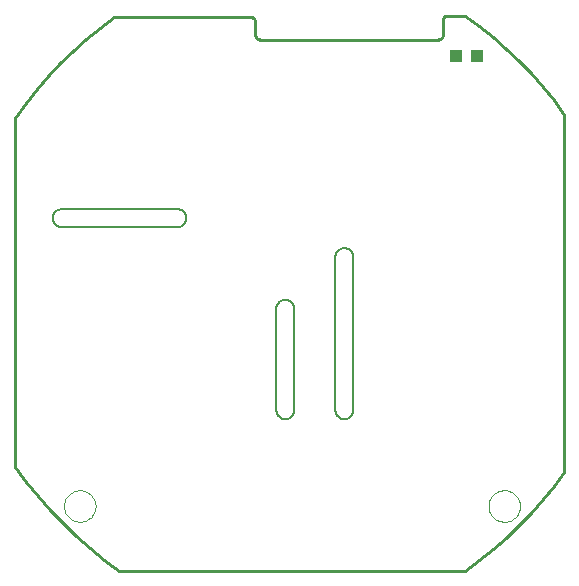
<source format=gtp>
G75*
G70*
%OFA0B0*%
%FSLAX24Y24*%
%IPPOS*%
%LPD*%
%AMOC8*
5,1,8,0,0,1.08239X$1,22.5*
%
%ADD10C,0.0100*%
%ADD11C,0.0000*%
%ADD12C,0.0080*%
%ADD13R,0.0394X0.0433*%
D10*
X003600Y000390D02*
X015150Y000390D01*
X018450Y003690D02*
X018450Y015590D01*
X015150Y018890D02*
X014550Y018890D01*
X014527Y018888D01*
X014504Y018883D01*
X014482Y018874D01*
X014462Y018861D01*
X014444Y018846D01*
X014429Y018828D01*
X014416Y018808D01*
X014407Y018786D01*
X014402Y018763D01*
X014400Y018740D01*
X014400Y018240D01*
X014398Y018217D01*
X014393Y018194D01*
X014384Y018172D01*
X014371Y018152D01*
X014356Y018134D01*
X014338Y018119D01*
X014318Y018106D01*
X014296Y018097D01*
X014273Y018092D01*
X014250Y018090D01*
X008300Y018090D01*
X008277Y018092D01*
X008254Y018097D01*
X008232Y018106D01*
X008212Y018119D01*
X008194Y018134D01*
X008179Y018152D01*
X008166Y018172D01*
X008157Y018194D01*
X008152Y018217D01*
X008150Y018240D01*
X008150Y018690D01*
X008148Y018713D01*
X008143Y018736D01*
X008134Y018758D01*
X008121Y018778D01*
X008106Y018796D01*
X008088Y018811D01*
X008068Y018824D01*
X008046Y018833D01*
X008023Y018838D01*
X008000Y018840D01*
X003450Y018840D01*
X000150Y015490D02*
X000150Y003840D01*
X015150Y018890D02*
X015623Y018543D01*
X016080Y018176D01*
X016521Y017790D01*
X016944Y017384D01*
X017350Y016961D01*
X017736Y016520D01*
X018103Y016063D01*
X018450Y015590D01*
X003600Y000390D02*
X003106Y000752D01*
X002627Y001136D01*
X002167Y001540D01*
X001724Y001964D01*
X001300Y002407D01*
X000896Y002867D01*
X000512Y003346D01*
X000150Y003840D01*
X015150Y000390D02*
X015623Y000737D01*
X016080Y001104D01*
X016521Y001490D01*
X016944Y001896D01*
X017350Y002319D01*
X017736Y002760D01*
X018103Y003217D01*
X018450Y003690D01*
X003450Y018840D02*
X002976Y018487D01*
X002518Y018114D01*
X002077Y017721D01*
X001653Y017309D01*
X001248Y016879D01*
X000862Y016432D01*
X000495Y015969D01*
X000150Y015490D01*
D11*
X001775Y002540D02*
X001777Y002585D01*
X001783Y002630D01*
X001792Y002674D01*
X001806Y002717D01*
X001823Y002759D01*
X001843Y002799D01*
X001867Y002838D01*
X001895Y002874D01*
X001925Y002907D01*
X001958Y002938D01*
X001993Y002966D01*
X002031Y002991D01*
X002071Y003012D01*
X002112Y003030D01*
X002155Y003045D01*
X002199Y003055D01*
X002244Y003062D01*
X002289Y003065D01*
X002334Y003064D01*
X002379Y003059D01*
X002423Y003050D01*
X002467Y003038D01*
X002509Y003022D01*
X002549Y003002D01*
X002588Y002979D01*
X002625Y002952D01*
X002659Y002923D01*
X002691Y002891D01*
X002719Y002856D01*
X002745Y002819D01*
X002767Y002779D01*
X002786Y002738D01*
X002801Y002696D01*
X002813Y002652D01*
X002821Y002608D01*
X002825Y002563D01*
X002825Y002517D01*
X002821Y002472D01*
X002813Y002428D01*
X002801Y002384D01*
X002786Y002342D01*
X002767Y002301D01*
X002745Y002261D01*
X002719Y002224D01*
X002691Y002189D01*
X002659Y002157D01*
X002625Y002128D01*
X002588Y002101D01*
X002549Y002078D01*
X002509Y002058D01*
X002467Y002042D01*
X002423Y002030D01*
X002379Y002021D01*
X002334Y002016D01*
X002289Y002015D01*
X002244Y002018D01*
X002199Y002025D01*
X002155Y002035D01*
X002112Y002050D01*
X002071Y002068D01*
X002031Y002089D01*
X001993Y002114D01*
X001958Y002142D01*
X001925Y002173D01*
X001895Y002206D01*
X001867Y002242D01*
X001843Y002281D01*
X001823Y002321D01*
X001806Y002363D01*
X001792Y002406D01*
X001783Y002450D01*
X001777Y002495D01*
X001775Y002540D01*
X015925Y002540D02*
X015927Y002585D01*
X015933Y002630D01*
X015942Y002674D01*
X015956Y002717D01*
X015973Y002759D01*
X015993Y002799D01*
X016017Y002838D01*
X016045Y002874D01*
X016075Y002907D01*
X016108Y002938D01*
X016143Y002966D01*
X016181Y002991D01*
X016221Y003012D01*
X016262Y003030D01*
X016305Y003045D01*
X016349Y003055D01*
X016394Y003062D01*
X016439Y003065D01*
X016484Y003064D01*
X016529Y003059D01*
X016573Y003050D01*
X016617Y003038D01*
X016659Y003022D01*
X016699Y003002D01*
X016738Y002979D01*
X016775Y002952D01*
X016809Y002923D01*
X016841Y002891D01*
X016869Y002856D01*
X016895Y002819D01*
X016917Y002779D01*
X016936Y002738D01*
X016951Y002696D01*
X016963Y002652D01*
X016971Y002608D01*
X016975Y002563D01*
X016975Y002517D01*
X016971Y002472D01*
X016963Y002428D01*
X016951Y002384D01*
X016936Y002342D01*
X016917Y002301D01*
X016895Y002261D01*
X016869Y002224D01*
X016841Y002189D01*
X016809Y002157D01*
X016775Y002128D01*
X016738Y002101D01*
X016699Y002078D01*
X016659Y002058D01*
X016617Y002042D01*
X016573Y002030D01*
X016529Y002021D01*
X016484Y002016D01*
X016439Y002015D01*
X016394Y002018D01*
X016349Y002025D01*
X016305Y002035D01*
X016262Y002050D01*
X016221Y002068D01*
X016181Y002089D01*
X016143Y002114D01*
X016108Y002142D01*
X016075Y002173D01*
X016045Y002206D01*
X016017Y002242D01*
X015993Y002281D01*
X015973Y002321D01*
X015956Y002363D01*
X015942Y002406D01*
X015933Y002450D01*
X015927Y002495D01*
X015925Y002540D01*
D12*
X011419Y005740D02*
X011419Y010840D01*
X011417Y010874D01*
X011411Y010907D01*
X011402Y010939D01*
X011389Y010970D01*
X011373Y011000D01*
X011354Y011027D01*
X011331Y011052D01*
X011306Y011075D01*
X011279Y011094D01*
X011249Y011110D01*
X011218Y011123D01*
X011186Y011132D01*
X011153Y011138D01*
X011119Y011140D01*
X011085Y011138D01*
X011052Y011132D01*
X011020Y011123D01*
X010989Y011110D01*
X010959Y011094D01*
X010932Y011075D01*
X010907Y011052D01*
X010884Y011027D01*
X010865Y011000D01*
X010849Y010970D01*
X010836Y010939D01*
X010827Y010907D01*
X010821Y010874D01*
X010819Y010840D01*
X010819Y005740D01*
X010821Y005706D01*
X010827Y005673D01*
X010836Y005641D01*
X010849Y005610D01*
X010865Y005580D01*
X010884Y005553D01*
X010907Y005528D01*
X010932Y005505D01*
X010959Y005486D01*
X010989Y005470D01*
X011020Y005457D01*
X011052Y005448D01*
X011085Y005442D01*
X011119Y005440D01*
X011153Y005442D01*
X011186Y005448D01*
X011218Y005457D01*
X011249Y005470D01*
X011279Y005486D01*
X011306Y005505D01*
X011331Y005528D01*
X011354Y005553D01*
X011373Y005580D01*
X011389Y005610D01*
X011402Y005641D01*
X011411Y005673D01*
X011417Y005706D01*
X011419Y005740D01*
X009450Y005740D02*
X009450Y009090D01*
X009451Y009124D01*
X009448Y009157D01*
X009441Y009190D01*
X009431Y009223D01*
X009417Y009253D01*
X009400Y009282D01*
X009380Y009309D01*
X009357Y009334D01*
X009331Y009356D01*
X009303Y009374D01*
X009273Y009390D01*
X009241Y009402D01*
X009208Y009410D01*
X009175Y009415D01*
X009141Y009416D01*
X009108Y009413D01*
X009075Y009406D01*
X009042Y009396D01*
X009012Y009382D01*
X008983Y009365D01*
X008956Y009345D01*
X008931Y009322D01*
X008909Y009296D01*
X008891Y009268D01*
X008875Y009238D01*
X008863Y009206D01*
X008855Y009173D01*
X008850Y009140D01*
X008850Y005740D01*
X008852Y005706D01*
X008858Y005673D01*
X008867Y005641D01*
X008880Y005610D01*
X008896Y005580D01*
X008915Y005553D01*
X008938Y005528D01*
X008963Y005505D01*
X008990Y005486D01*
X009020Y005470D01*
X009051Y005457D01*
X009083Y005448D01*
X009116Y005442D01*
X009150Y005440D01*
X009184Y005442D01*
X009217Y005448D01*
X009249Y005457D01*
X009280Y005470D01*
X009310Y005486D01*
X009337Y005505D01*
X009362Y005528D01*
X009385Y005553D01*
X009404Y005580D01*
X009420Y005610D01*
X009433Y005641D01*
X009442Y005673D01*
X009448Y005706D01*
X009450Y005740D01*
X005550Y011840D02*
X001700Y011840D01*
X001666Y011842D01*
X001633Y011848D01*
X001601Y011857D01*
X001570Y011870D01*
X001540Y011886D01*
X001513Y011905D01*
X001488Y011928D01*
X001465Y011953D01*
X001446Y011980D01*
X001430Y012010D01*
X001417Y012041D01*
X001408Y012073D01*
X001402Y012106D01*
X001400Y012140D01*
X001402Y012174D01*
X001408Y012207D01*
X001417Y012239D01*
X001430Y012270D01*
X001446Y012300D01*
X001465Y012327D01*
X001488Y012352D01*
X001513Y012375D01*
X001540Y012394D01*
X001570Y012410D01*
X001601Y012423D01*
X001633Y012432D01*
X001666Y012438D01*
X001700Y012440D01*
X005550Y012440D01*
X005584Y012438D01*
X005617Y012432D01*
X005649Y012423D01*
X005680Y012410D01*
X005710Y012394D01*
X005737Y012375D01*
X005762Y012352D01*
X005785Y012327D01*
X005804Y012300D01*
X005820Y012270D01*
X005833Y012239D01*
X005842Y012207D01*
X005848Y012174D01*
X005850Y012140D01*
X005848Y012106D01*
X005842Y012073D01*
X005833Y012041D01*
X005820Y012010D01*
X005804Y011980D01*
X005785Y011953D01*
X005762Y011928D01*
X005737Y011905D01*
X005710Y011886D01*
X005680Y011870D01*
X005649Y011857D01*
X005617Y011848D01*
X005584Y011842D01*
X005550Y011840D01*
D13*
X014845Y017540D03*
X015555Y017540D03*
M02*

</source>
